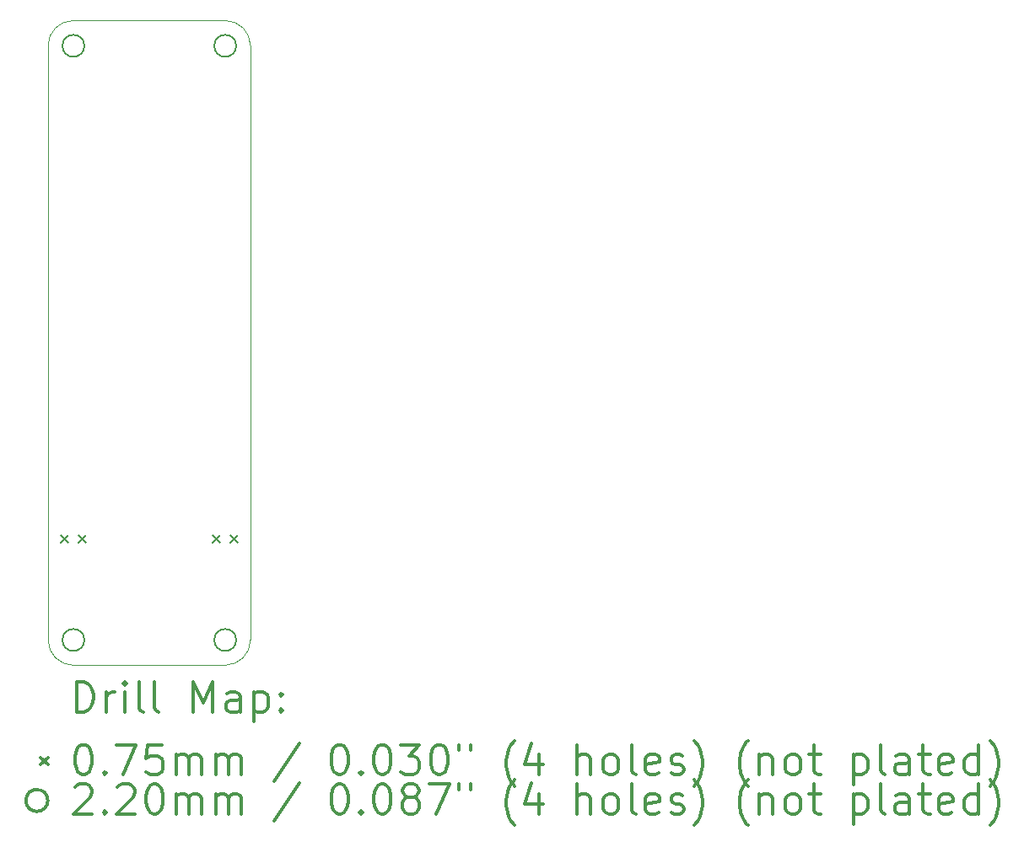
<source format=gbr>
%FSLAX45Y45*%
G04 Gerber Fmt 4.5, Leading zero omitted, Abs format (unit mm)*
G04 Created by KiCad (PCBNEW (5.1.9)-1) date 2023-06-14 07:45:43*
%MOMM*%
%LPD*%
G01*
G04 APERTURE LIST*
%TA.AperFunction,Profile*%
%ADD10C,0.050000*%
%TD*%
%ADD11C,0.200000*%
%ADD12C,0.300000*%
G04 APERTURE END LIST*
D10*
X1397000Y-4572000D02*
G75*
G02*
X1143000Y-4826000I-254000J0D01*
G01*
X-381000Y-4826000D02*
G75*
G02*
X-635000Y-4572000I0J254000D01*
G01*
X-635000Y1397000D02*
G75*
G02*
X-381000Y1651000I254000J0D01*
G01*
X1143000Y1651000D02*
G75*
G02*
X1397000Y1397000I0J-254000D01*
G01*
X-381000Y1651000D02*
X1143000Y1651000D01*
X-635000Y-4572000D02*
X-635000Y1397000D01*
X1143000Y-4826000D02*
X-381000Y-4826000D01*
X1397000Y1397000D02*
X1397000Y-4572000D01*
D11*
X-508500Y-3518500D02*
X-433500Y-3593500D01*
X-433500Y-3518500D02*
X-508500Y-3593500D01*
X-328500Y-3518500D02*
X-253500Y-3593500D01*
X-253500Y-3518500D02*
X-328500Y-3593500D01*
X1015500Y-3518500D02*
X1090500Y-3593500D01*
X1090500Y-3518500D02*
X1015500Y-3593500D01*
X1195500Y-3518500D02*
X1270500Y-3593500D01*
X1270500Y-3518500D02*
X1195500Y-3593500D01*
X-271000Y1397000D02*
G75*
G03*
X-271000Y1397000I-110000J0D01*
G01*
X-271000Y-4572000D02*
G75*
G03*
X-271000Y-4572000I-110000J0D01*
G01*
X1253000Y1397000D02*
G75*
G03*
X1253000Y1397000I-110000J0D01*
G01*
X1253000Y-4572000D02*
G75*
G03*
X1253000Y-4572000I-110000J0D01*
G01*
D12*
X-351071Y-5294214D02*
X-351071Y-4994214D01*
X-279643Y-4994214D01*
X-236786Y-5008500D01*
X-208214Y-5037072D01*
X-193929Y-5065643D01*
X-179643Y-5122786D01*
X-179643Y-5165643D01*
X-193929Y-5222786D01*
X-208214Y-5251357D01*
X-236786Y-5279929D01*
X-279643Y-5294214D01*
X-351071Y-5294214D01*
X-51071Y-5294214D02*
X-51071Y-5094214D01*
X-51071Y-5151357D02*
X-36786Y-5122786D01*
X-22500Y-5108500D01*
X6071Y-5094214D01*
X34643Y-5094214D01*
X134643Y-5294214D02*
X134643Y-5094214D01*
X134643Y-4994214D02*
X120357Y-5008500D01*
X134643Y-5022786D01*
X148928Y-5008500D01*
X134643Y-4994214D01*
X134643Y-5022786D01*
X320357Y-5294214D02*
X291786Y-5279929D01*
X277500Y-5251357D01*
X277500Y-4994214D01*
X477500Y-5294214D02*
X448928Y-5279929D01*
X434643Y-5251357D01*
X434643Y-4994214D01*
X820357Y-5294214D02*
X820357Y-4994214D01*
X920357Y-5208500D01*
X1020357Y-4994214D01*
X1020357Y-5294214D01*
X1291786Y-5294214D02*
X1291786Y-5137072D01*
X1277500Y-5108500D01*
X1248928Y-5094214D01*
X1191786Y-5094214D01*
X1163214Y-5108500D01*
X1291786Y-5279929D02*
X1263214Y-5294214D01*
X1191786Y-5294214D01*
X1163214Y-5279929D01*
X1148928Y-5251357D01*
X1148928Y-5222786D01*
X1163214Y-5194214D01*
X1191786Y-5179929D01*
X1263214Y-5179929D01*
X1291786Y-5165643D01*
X1434643Y-5094214D02*
X1434643Y-5394214D01*
X1434643Y-5108500D02*
X1463214Y-5094214D01*
X1520357Y-5094214D01*
X1548928Y-5108500D01*
X1563214Y-5122786D01*
X1577500Y-5151357D01*
X1577500Y-5237072D01*
X1563214Y-5265643D01*
X1548928Y-5279929D01*
X1520357Y-5294214D01*
X1463214Y-5294214D01*
X1434643Y-5279929D01*
X1706071Y-5265643D02*
X1720357Y-5279929D01*
X1706071Y-5294214D01*
X1691786Y-5279929D01*
X1706071Y-5265643D01*
X1706071Y-5294214D01*
X1706071Y-5108500D02*
X1720357Y-5122786D01*
X1706071Y-5137072D01*
X1691786Y-5122786D01*
X1706071Y-5108500D01*
X1706071Y-5137072D01*
X-712500Y-5751000D02*
X-637500Y-5826000D01*
X-637500Y-5751000D02*
X-712500Y-5826000D01*
X-293929Y-5624214D02*
X-265357Y-5624214D01*
X-236786Y-5638500D01*
X-222500Y-5652786D01*
X-208214Y-5681357D01*
X-193929Y-5738500D01*
X-193929Y-5809929D01*
X-208214Y-5867071D01*
X-222500Y-5895643D01*
X-236786Y-5909929D01*
X-265357Y-5924214D01*
X-293929Y-5924214D01*
X-322500Y-5909929D01*
X-336786Y-5895643D01*
X-351071Y-5867071D01*
X-365357Y-5809929D01*
X-365357Y-5738500D01*
X-351071Y-5681357D01*
X-336786Y-5652786D01*
X-322500Y-5638500D01*
X-293929Y-5624214D01*
X-65357Y-5895643D02*
X-51071Y-5909929D01*
X-65357Y-5924214D01*
X-79643Y-5909929D01*
X-65357Y-5895643D01*
X-65357Y-5924214D01*
X48928Y-5624214D02*
X248928Y-5624214D01*
X120357Y-5924214D01*
X506071Y-5624214D02*
X363214Y-5624214D01*
X348928Y-5767071D01*
X363214Y-5752786D01*
X391786Y-5738500D01*
X463214Y-5738500D01*
X491786Y-5752786D01*
X506071Y-5767071D01*
X520357Y-5795643D01*
X520357Y-5867071D01*
X506071Y-5895643D01*
X491786Y-5909929D01*
X463214Y-5924214D01*
X391786Y-5924214D01*
X363214Y-5909929D01*
X348928Y-5895643D01*
X648928Y-5924214D02*
X648928Y-5724214D01*
X648928Y-5752786D02*
X663214Y-5738500D01*
X691786Y-5724214D01*
X734643Y-5724214D01*
X763214Y-5738500D01*
X777500Y-5767071D01*
X777500Y-5924214D01*
X777500Y-5767071D02*
X791786Y-5738500D01*
X820357Y-5724214D01*
X863214Y-5724214D01*
X891786Y-5738500D01*
X906071Y-5767071D01*
X906071Y-5924214D01*
X1048928Y-5924214D02*
X1048928Y-5724214D01*
X1048928Y-5752786D02*
X1063214Y-5738500D01*
X1091786Y-5724214D01*
X1134643Y-5724214D01*
X1163214Y-5738500D01*
X1177500Y-5767071D01*
X1177500Y-5924214D01*
X1177500Y-5767071D02*
X1191786Y-5738500D01*
X1220357Y-5724214D01*
X1263214Y-5724214D01*
X1291786Y-5738500D01*
X1306071Y-5767071D01*
X1306071Y-5924214D01*
X1891786Y-5609929D02*
X1634643Y-5995643D01*
X2277500Y-5624214D02*
X2306071Y-5624214D01*
X2334643Y-5638500D01*
X2348928Y-5652786D01*
X2363214Y-5681357D01*
X2377500Y-5738500D01*
X2377500Y-5809929D01*
X2363214Y-5867071D01*
X2348928Y-5895643D01*
X2334643Y-5909929D01*
X2306071Y-5924214D01*
X2277500Y-5924214D01*
X2248928Y-5909929D01*
X2234643Y-5895643D01*
X2220357Y-5867071D01*
X2206071Y-5809929D01*
X2206071Y-5738500D01*
X2220357Y-5681357D01*
X2234643Y-5652786D01*
X2248928Y-5638500D01*
X2277500Y-5624214D01*
X2506071Y-5895643D02*
X2520357Y-5909929D01*
X2506071Y-5924214D01*
X2491786Y-5909929D01*
X2506071Y-5895643D01*
X2506071Y-5924214D01*
X2706071Y-5624214D02*
X2734643Y-5624214D01*
X2763214Y-5638500D01*
X2777500Y-5652786D01*
X2791786Y-5681357D01*
X2806071Y-5738500D01*
X2806071Y-5809929D01*
X2791786Y-5867071D01*
X2777500Y-5895643D01*
X2763214Y-5909929D01*
X2734643Y-5924214D01*
X2706071Y-5924214D01*
X2677500Y-5909929D01*
X2663214Y-5895643D01*
X2648928Y-5867071D01*
X2634643Y-5809929D01*
X2634643Y-5738500D01*
X2648928Y-5681357D01*
X2663214Y-5652786D01*
X2677500Y-5638500D01*
X2706071Y-5624214D01*
X2906071Y-5624214D02*
X3091786Y-5624214D01*
X2991786Y-5738500D01*
X3034643Y-5738500D01*
X3063214Y-5752786D01*
X3077500Y-5767071D01*
X3091786Y-5795643D01*
X3091786Y-5867071D01*
X3077500Y-5895643D01*
X3063214Y-5909929D01*
X3034643Y-5924214D01*
X2948928Y-5924214D01*
X2920357Y-5909929D01*
X2906071Y-5895643D01*
X3277500Y-5624214D02*
X3306071Y-5624214D01*
X3334643Y-5638500D01*
X3348928Y-5652786D01*
X3363214Y-5681357D01*
X3377500Y-5738500D01*
X3377500Y-5809929D01*
X3363214Y-5867071D01*
X3348928Y-5895643D01*
X3334643Y-5909929D01*
X3306071Y-5924214D01*
X3277500Y-5924214D01*
X3248928Y-5909929D01*
X3234643Y-5895643D01*
X3220357Y-5867071D01*
X3206071Y-5809929D01*
X3206071Y-5738500D01*
X3220357Y-5681357D01*
X3234643Y-5652786D01*
X3248928Y-5638500D01*
X3277500Y-5624214D01*
X3491786Y-5624214D02*
X3491786Y-5681357D01*
X3606071Y-5624214D02*
X3606071Y-5681357D01*
X4048928Y-6038500D02*
X4034643Y-6024214D01*
X4006071Y-5981357D01*
X3991786Y-5952786D01*
X3977500Y-5909929D01*
X3963214Y-5838500D01*
X3963214Y-5781357D01*
X3977500Y-5709929D01*
X3991786Y-5667071D01*
X4006071Y-5638500D01*
X4034643Y-5595643D01*
X4048928Y-5581357D01*
X4291786Y-5724214D02*
X4291786Y-5924214D01*
X4220357Y-5609929D02*
X4148928Y-5824214D01*
X4334643Y-5824214D01*
X4677500Y-5924214D02*
X4677500Y-5624214D01*
X4806071Y-5924214D02*
X4806071Y-5767071D01*
X4791786Y-5738500D01*
X4763214Y-5724214D01*
X4720357Y-5724214D01*
X4691786Y-5738500D01*
X4677500Y-5752786D01*
X4991786Y-5924214D02*
X4963214Y-5909929D01*
X4948928Y-5895643D01*
X4934643Y-5867071D01*
X4934643Y-5781357D01*
X4948928Y-5752786D01*
X4963214Y-5738500D01*
X4991786Y-5724214D01*
X5034643Y-5724214D01*
X5063214Y-5738500D01*
X5077500Y-5752786D01*
X5091786Y-5781357D01*
X5091786Y-5867071D01*
X5077500Y-5895643D01*
X5063214Y-5909929D01*
X5034643Y-5924214D01*
X4991786Y-5924214D01*
X5263214Y-5924214D02*
X5234643Y-5909929D01*
X5220357Y-5881357D01*
X5220357Y-5624214D01*
X5491786Y-5909929D02*
X5463214Y-5924214D01*
X5406071Y-5924214D01*
X5377500Y-5909929D01*
X5363214Y-5881357D01*
X5363214Y-5767071D01*
X5377500Y-5738500D01*
X5406071Y-5724214D01*
X5463214Y-5724214D01*
X5491786Y-5738500D01*
X5506071Y-5767071D01*
X5506071Y-5795643D01*
X5363214Y-5824214D01*
X5620357Y-5909929D02*
X5648928Y-5924214D01*
X5706071Y-5924214D01*
X5734643Y-5909929D01*
X5748928Y-5881357D01*
X5748928Y-5867071D01*
X5734643Y-5838500D01*
X5706071Y-5824214D01*
X5663214Y-5824214D01*
X5634643Y-5809929D01*
X5620357Y-5781357D01*
X5620357Y-5767071D01*
X5634643Y-5738500D01*
X5663214Y-5724214D01*
X5706071Y-5724214D01*
X5734643Y-5738500D01*
X5848928Y-6038500D02*
X5863214Y-6024214D01*
X5891786Y-5981357D01*
X5906071Y-5952786D01*
X5920357Y-5909929D01*
X5934643Y-5838500D01*
X5934643Y-5781357D01*
X5920357Y-5709929D01*
X5906071Y-5667071D01*
X5891786Y-5638500D01*
X5863214Y-5595643D01*
X5848928Y-5581357D01*
X6391786Y-6038500D02*
X6377500Y-6024214D01*
X6348928Y-5981357D01*
X6334643Y-5952786D01*
X6320357Y-5909929D01*
X6306071Y-5838500D01*
X6306071Y-5781357D01*
X6320357Y-5709929D01*
X6334643Y-5667071D01*
X6348928Y-5638500D01*
X6377500Y-5595643D01*
X6391786Y-5581357D01*
X6506071Y-5724214D02*
X6506071Y-5924214D01*
X6506071Y-5752786D02*
X6520357Y-5738500D01*
X6548928Y-5724214D01*
X6591786Y-5724214D01*
X6620357Y-5738500D01*
X6634643Y-5767071D01*
X6634643Y-5924214D01*
X6820357Y-5924214D02*
X6791786Y-5909929D01*
X6777500Y-5895643D01*
X6763214Y-5867071D01*
X6763214Y-5781357D01*
X6777500Y-5752786D01*
X6791786Y-5738500D01*
X6820357Y-5724214D01*
X6863214Y-5724214D01*
X6891786Y-5738500D01*
X6906071Y-5752786D01*
X6920357Y-5781357D01*
X6920357Y-5867071D01*
X6906071Y-5895643D01*
X6891786Y-5909929D01*
X6863214Y-5924214D01*
X6820357Y-5924214D01*
X7006071Y-5724214D02*
X7120357Y-5724214D01*
X7048928Y-5624214D02*
X7048928Y-5881357D01*
X7063214Y-5909929D01*
X7091786Y-5924214D01*
X7120357Y-5924214D01*
X7448928Y-5724214D02*
X7448928Y-6024214D01*
X7448928Y-5738500D02*
X7477500Y-5724214D01*
X7534643Y-5724214D01*
X7563214Y-5738500D01*
X7577500Y-5752786D01*
X7591786Y-5781357D01*
X7591786Y-5867071D01*
X7577500Y-5895643D01*
X7563214Y-5909929D01*
X7534643Y-5924214D01*
X7477500Y-5924214D01*
X7448928Y-5909929D01*
X7763214Y-5924214D02*
X7734643Y-5909929D01*
X7720357Y-5881357D01*
X7720357Y-5624214D01*
X8006071Y-5924214D02*
X8006071Y-5767071D01*
X7991786Y-5738500D01*
X7963214Y-5724214D01*
X7906071Y-5724214D01*
X7877500Y-5738500D01*
X8006071Y-5909929D02*
X7977500Y-5924214D01*
X7906071Y-5924214D01*
X7877500Y-5909929D01*
X7863214Y-5881357D01*
X7863214Y-5852786D01*
X7877500Y-5824214D01*
X7906071Y-5809929D01*
X7977500Y-5809929D01*
X8006071Y-5795643D01*
X8106071Y-5724214D02*
X8220357Y-5724214D01*
X8148928Y-5624214D02*
X8148928Y-5881357D01*
X8163214Y-5909929D01*
X8191786Y-5924214D01*
X8220357Y-5924214D01*
X8434643Y-5909929D02*
X8406071Y-5924214D01*
X8348928Y-5924214D01*
X8320357Y-5909929D01*
X8306071Y-5881357D01*
X8306071Y-5767071D01*
X8320357Y-5738500D01*
X8348928Y-5724214D01*
X8406071Y-5724214D01*
X8434643Y-5738500D01*
X8448928Y-5767071D01*
X8448928Y-5795643D01*
X8306071Y-5824214D01*
X8706071Y-5924214D02*
X8706071Y-5624214D01*
X8706071Y-5909929D02*
X8677500Y-5924214D01*
X8620357Y-5924214D01*
X8591786Y-5909929D01*
X8577500Y-5895643D01*
X8563214Y-5867071D01*
X8563214Y-5781357D01*
X8577500Y-5752786D01*
X8591786Y-5738500D01*
X8620357Y-5724214D01*
X8677500Y-5724214D01*
X8706071Y-5738500D01*
X8820357Y-6038500D02*
X8834643Y-6024214D01*
X8863214Y-5981357D01*
X8877500Y-5952786D01*
X8891786Y-5909929D01*
X8906071Y-5838500D01*
X8906071Y-5781357D01*
X8891786Y-5709929D01*
X8877500Y-5667071D01*
X8863214Y-5638500D01*
X8834643Y-5595643D01*
X8820357Y-5581357D01*
X-637500Y-6184500D02*
G75*
G03*
X-637500Y-6184500I-110000J0D01*
G01*
X-365357Y-6048786D02*
X-351071Y-6034500D01*
X-322500Y-6020214D01*
X-251071Y-6020214D01*
X-222500Y-6034500D01*
X-208214Y-6048786D01*
X-193929Y-6077357D01*
X-193929Y-6105929D01*
X-208214Y-6148786D01*
X-379643Y-6320214D01*
X-193929Y-6320214D01*
X-65357Y-6291643D02*
X-51071Y-6305929D01*
X-65357Y-6320214D01*
X-79643Y-6305929D01*
X-65357Y-6291643D01*
X-65357Y-6320214D01*
X63214Y-6048786D02*
X77500Y-6034500D01*
X106071Y-6020214D01*
X177500Y-6020214D01*
X206071Y-6034500D01*
X220357Y-6048786D01*
X234643Y-6077357D01*
X234643Y-6105929D01*
X220357Y-6148786D01*
X48928Y-6320214D01*
X234643Y-6320214D01*
X420357Y-6020214D02*
X448928Y-6020214D01*
X477500Y-6034500D01*
X491786Y-6048786D01*
X506071Y-6077357D01*
X520357Y-6134500D01*
X520357Y-6205929D01*
X506071Y-6263071D01*
X491786Y-6291643D01*
X477500Y-6305929D01*
X448928Y-6320214D01*
X420357Y-6320214D01*
X391786Y-6305929D01*
X377500Y-6291643D01*
X363214Y-6263071D01*
X348928Y-6205929D01*
X348928Y-6134500D01*
X363214Y-6077357D01*
X377500Y-6048786D01*
X391786Y-6034500D01*
X420357Y-6020214D01*
X648928Y-6320214D02*
X648928Y-6120214D01*
X648928Y-6148786D02*
X663214Y-6134500D01*
X691786Y-6120214D01*
X734643Y-6120214D01*
X763214Y-6134500D01*
X777500Y-6163071D01*
X777500Y-6320214D01*
X777500Y-6163071D02*
X791786Y-6134500D01*
X820357Y-6120214D01*
X863214Y-6120214D01*
X891786Y-6134500D01*
X906071Y-6163071D01*
X906071Y-6320214D01*
X1048928Y-6320214D02*
X1048928Y-6120214D01*
X1048928Y-6148786D02*
X1063214Y-6134500D01*
X1091786Y-6120214D01*
X1134643Y-6120214D01*
X1163214Y-6134500D01*
X1177500Y-6163071D01*
X1177500Y-6320214D01*
X1177500Y-6163071D02*
X1191786Y-6134500D01*
X1220357Y-6120214D01*
X1263214Y-6120214D01*
X1291786Y-6134500D01*
X1306071Y-6163071D01*
X1306071Y-6320214D01*
X1891786Y-6005929D02*
X1634643Y-6391643D01*
X2277500Y-6020214D02*
X2306071Y-6020214D01*
X2334643Y-6034500D01*
X2348928Y-6048786D01*
X2363214Y-6077357D01*
X2377500Y-6134500D01*
X2377500Y-6205929D01*
X2363214Y-6263071D01*
X2348928Y-6291643D01*
X2334643Y-6305929D01*
X2306071Y-6320214D01*
X2277500Y-6320214D01*
X2248928Y-6305929D01*
X2234643Y-6291643D01*
X2220357Y-6263071D01*
X2206071Y-6205929D01*
X2206071Y-6134500D01*
X2220357Y-6077357D01*
X2234643Y-6048786D01*
X2248928Y-6034500D01*
X2277500Y-6020214D01*
X2506071Y-6291643D02*
X2520357Y-6305929D01*
X2506071Y-6320214D01*
X2491786Y-6305929D01*
X2506071Y-6291643D01*
X2506071Y-6320214D01*
X2706071Y-6020214D02*
X2734643Y-6020214D01*
X2763214Y-6034500D01*
X2777500Y-6048786D01*
X2791786Y-6077357D01*
X2806071Y-6134500D01*
X2806071Y-6205929D01*
X2791786Y-6263071D01*
X2777500Y-6291643D01*
X2763214Y-6305929D01*
X2734643Y-6320214D01*
X2706071Y-6320214D01*
X2677500Y-6305929D01*
X2663214Y-6291643D01*
X2648928Y-6263071D01*
X2634643Y-6205929D01*
X2634643Y-6134500D01*
X2648928Y-6077357D01*
X2663214Y-6048786D01*
X2677500Y-6034500D01*
X2706071Y-6020214D01*
X2977500Y-6148786D02*
X2948928Y-6134500D01*
X2934643Y-6120214D01*
X2920357Y-6091643D01*
X2920357Y-6077357D01*
X2934643Y-6048786D01*
X2948928Y-6034500D01*
X2977500Y-6020214D01*
X3034643Y-6020214D01*
X3063214Y-6034500D01*
X3077500Y-6048786D01*
X3091786Y-6077357D01*
X3091786Y-6091643D01*
X3077500Y-6120214D01*
X3063214Y-6134500D01*
X3034643Y-6148786D01*
X2977500Y-6148786D01*
X2948928Y-6163071D01*
X2934643Y-6177357D01*
X2920357Y-6205929D01*
X2920357Y-6263071D01*
X2934643Y-6291643D01*
X2948928Y-6305929D01*
X2977500Y-6320214D01*
X3034643Y-6320214D01*
X3063214Y-6305929D01*
X3077500Y-6291643D01*
X3091786Y-6263071D01*
X3091786Y-6205929D01*
X3077500Y-6177357D01*
X3063214Y-6163071D01*
X3034643Y-6148786D01*
X3191786Y-6020214D02*
X3391786Y-6020214D01*
X3263214Y-6320214D01*
X3491786Y-6020214D02*
X3491786Y-6077357D01*
X3606071Y-6020214D02*
X3606071Y-6077357D01*
X4048928Y-6434500D02*
X4034643Y-6420214D01*
X4006071Y-6377357D01*
X3991786Y-6348786D01*
X3977500Y-6305929D01*
X3963214Y-6234500D01*
X3963214Y-6177357D01*
X3977500Y-6105929D01*
X3991786Y-6063071D01*
X4006071Y-6034500D01*
X4034643Y-5991643D01*
X4048928Y-5977357D01*
X4291786Y-6120214D02*
X4291786Y-6320214D01*
X4220357Y-6005929D02*
X4148928Y-6220214D01*
X4334643Y-6220214D01*
X4677500Y-6320214D02*
X4677500Y-6020214D01*
X4806071Y-6320214D02*
X4806071Y-6163071D01*
X4791786Y-6134500D01*
X4763214Y-6120214D01*
X4720357Y-6120214D01*
X4691786Y-6134500D01*
X4677500Y-6148786D01*
X4991786Y-6320214D02*
X4963214Y-6305929D01*
X4948928Y-6291643D01*
X4934643Y-6263071D01*
X4934643Y-6177357D01*
X4948928Y-6148786D01*
X4963214Y-6134500D01*
X4991786Y-6120214D01*
X5034643Y-6120214D01*
X5063214Y-6134500D01*
X5077500Y-6148786D01*
X5091786Y-6177357D01*
X5091786Y-6263071D01*
X5077500Y-6291643D01*
X5063214Y-6305929D01*
X5034643Y-6320214D01*
X4991786Y-6320214D01*
X5263214Y-6320214D02*
X5234643Y-6305929D01*
X5220357Y-6277357D01*
X5220357Y-6020214D01*
X5491786Y-6305929D02*
X5463214Y-6320214D01*
X5406071Y-6320214D01*
X5377500Y-6305929D01*
X5363214Y-6277357D01*
X5363214Y-6163071D01*
X5377500Y-6134500D01*
X5406071Y-6120214D01*
X5463214Y-6120214D01*
X5491786Y-6134500D01*
X5506071Y-6163071D01*
X5506071Y-6191643D01*
X5363214Y-6220214D01*
X5620357Y-6305929D02*
X5648928Y-6320214D01*
X5706071Y-6320214D01*
X5734643Y-6305929D01*
X5748928Y-6277357D01*
X5748928Y-6263071D01*
X5734643Y-6234500D01*
X5706071Y-6220214D01*
X5663214Y-6220214D01*
X5634643Y-6205929D01*
X5620357Y-6177357D01*
X5620357Y-6163071D01*
X5634643Y-6134500D01*
X5663214Y-6120214D01*
X5706071Y-6120214D01*
X5734643Y-6134500D01*
X5848928Y-6434500D02*
X5863214Y-6420214D01*
X5891786Y-6377357D01*
X5906071Y-6348786D01*
X5920357Y-6305929D01*
X5934643Y-6234500D01*
X5934643Y-6177357D01*
X5920357Y-6105929D01*
X5906071Y-6063071D01*
X5891786Y-6034500D01*
X5863214Y-5991643D01*
X5848928Y-5977357D01*
X6391786Y-6434500D02*
X6377500Y-6420214D01*
X6348928Y-6377357D01*
X6334643Y-6348786D01*
X6320357Y-6305929D01*
X6306071Y-6234500D01*
X6306071Y-6177357D01*
X6320357Y-6105929D01*
X6334643Y-6063071D01*
X6348928Y-6034500D01*
X6377500Y-5991643D01*
X6391786Y-5977357D01*
X6506071Y-6120214D02*
X6506071Y-6320214D01*
X6506071Y-6148786D02*
X6520357Y-6134500D01*
X6548928Y-6120214D01*
X6591786Y-6120214D01*
X6620357Y-6134500D01*
X6634643Y-6163071D01*
X6634643Y-6320214D01*
X6820357Y-6320214D02*
X6791786Y-6305929D01*
X6777500Y-6291643D01*
X6763214Y-6263071D01*
X6763214Y-6177357D01*
X6777500Y-6148786D01*
X6791786Y-6134500D01*
X6820357Y-6120214D01*
X6863214Y-6120214D01*
X6891786Y-6134500D01*
X6906071Y-6148786D01*
X6920357Y-6177357D01*
X6920357Y-6263071D01*
X6906071Y-6291643D01*
X6891786Y-6305929D01*
X6863214Y-6320214D01*
X6820357Y-6320214D01*
X7006071Y-6120214D02*
X7120357Y-6120214D01*
X7048928Y-6020214D02*
X7048928Y-6277357D01*
X7063214Y-6305929D01*
X7091786Y-6320214D01*
X7120357Y-6320214D01*
X7448928Y-6120214D02*
X7448928Y-6420214D01*
X7448928Y-6134500D02*
X7477500Y-6120214D01*
X7534643Y-6120214D01*
X7563214Y-6134500D01*
X7577500Y-6148786D01*
X7591786Y-6177357D01*
X7591786Y-6263071D01*
X7577500Y-6291643D01*
X7563214Y-6305929D01*
X7534643Y-6320214D01*
X7477500Y-6320214D01*
X7448928Y-6305929D01*
X7763214Y-6320214D02*
X7734643Y-6305929D01*
X7720357Y-6277357D01*
X7720357Y-6020214D01*
X8006071Y-6320214D02*
X8006071Y-6163071D01*
X7991786Y-6134500D01*
X7963214Y-6120214D01*
X7906071Y-6120214D01*
X7877500Y-6134500D01*
X8006071Y-6305929D02*
X7977500Y-6320214D01*
X7906071Y-6320214D01*
X7877500Y-6305929D01*
X7863214Y-6277357D01*
X7863214Y-6248786D01*
X7877500Y-6220214D01*
X7906071Y-6205929D01*
X7977500Y-6205929D01*
X8006071Y-6191643D01*
X8106071Y-6120214D02*
X8220357Y-6120214D01*
X8148928Y-6020214D02*
X8148928Y-6277357D01*
X8163214Y-6305929D01*
X8191786Y-6320214D01*
X8220357Y-6320214D01*
X8434643Y-6305929D02*
X8406071Y-6320214D01*
X8348928Y-6320214D01*
X8320357Y-6305929D01*
X8306071Y-6277357D01*
X8306071Y-6163071D01*
X8320357Y-6134500D01*
X8348928Y-6120214D01*
X8406071Y-6120214D01*
X8434643Y-6134500D01*
X8448928Y-6163071D01*
X8448928Y-6191643D01*
X8306071Y-6220214D01*
X8706071Y-6320214D02*
X8706071Y-6020214D01*
X8706071Y-6305929D02*
X8677500Y-6320214D01*
X8620357Y-6320214D01*
X8591786Y-6305929D01*
X8577500Y-6291643D01*
X8563214Y-6263071D01*
X8563214Y-6177357D01*
X8577500Y-6148786D01*
X8591786Y-6134500D01*
X8620357Y-6120214D01*
X8677500Y-6120214D01*
X8706071Y-6134500D01*
X8820357Y-6434500D02*
X8834643Y-6420214D01*
X8863214Y-6377357D01*
X8877500Y-6348786D01*
X8891786Y-6305929D01*
X8906071Y-6234500D01*
X8906071Y-6177357D01*
X8891786Y-6105929D01*
X8877500Y-6063071D01*
X8863214Y-6034500D01*
X8834643Y-5991643D01*
X8820357Y-5977357D01*
M02*

</source>
